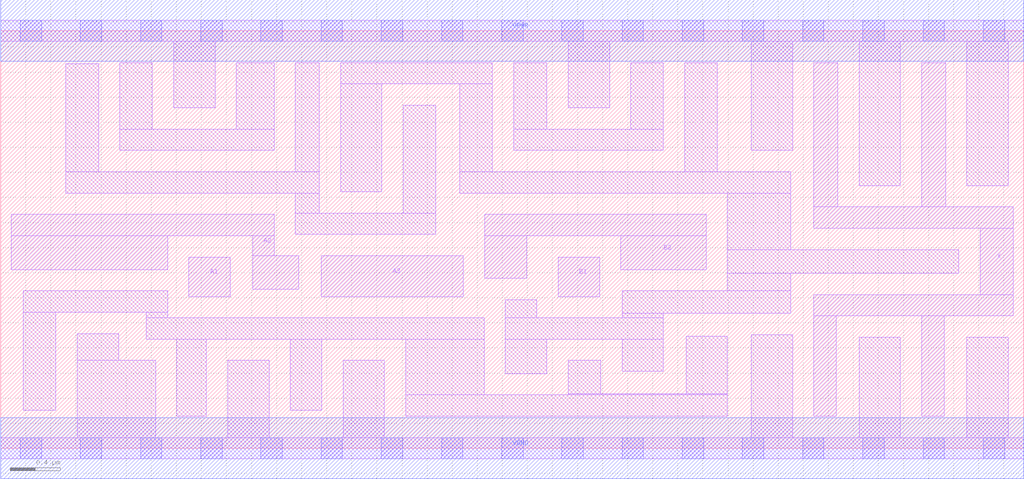
<source format=lef>
# Copyright 2020 The SkyWater PDK Authors
#
# Licensed under the Apache License, Version 2.0 (the "License");
# you may not use this file except in compliance with the License.
# You may obtain a copy of the License at
#
#     https://www.apache.org/licenses/LICENSE-2.0
#
# Unless required by applicable law or agreed to in writing, software
# distributed under the License is distributed on an "AS IS" BASIS,
# WITHOUT WARRANTIES OR CONDITIONS OF ANY KIND, either express or implied.
# See the License for the specific language governing permissions and
# limitations under the License.
#
# SPDX-License-Identifier: Apache-2.0

VERSION 5.7 ;
  NOWIREEXTENSIONATPIN ON ;
  DIVIDERCHAR "/" ;
  BUSBITCHARS "[]" ;
UNITS
  DATABASE MICRONS 200 ;
END UNITS
MACRO sky130_fd_sc_lp__o32a_4
  CLASS CORE ;
  FOREIGN sky130_fd_sc_lp__o32a_4 ;
  ORIGIN  0.000000  0.000000 ;
  SIZE  8.160000 BY  3.330000 ;
  SYMMETRY X Y R90 ;
  SITE unit ;
  PIN A1
    ANTENNAGATEAREA  0.630000 ;
    DIRECTION INPUT ;
    USE SIGNAL ;
    PORT
      LAYER li1 ;
        RECT 1.500000 1.210000 1.830000 1.525000 ;
    END
  END A1
  PIN A2
    ANTENNAGATEAREA  0.630000 ;
    DIRECTION INPUT ;
    USE SIGNAL ;
    PORT
      LAYER li1 ;
        RECT 0.085000 1.425000 1.330000 1.695000 ;
        RECT 0.085000 1.695000 2.180000 1.865000 ;
        RECT 2.010000 1.270000 2.375000 1.535000 ;
        RECT 2.010000 1.535000 2.180000 1.695000 ;
    END
  END A2
  PIN A3
    ANTENNAGATEAREA  0.630000 ;
    DIRECTION INPUT ;
    USE SIGNAL ;
    PORT
      LAYER li1 ;
        RECT 2.555000 1.210000 3.690000 1.535000 ;
    END
  END A3
  PIN B1
    ANTENNAGATEAREA  0.630000 ;
    DIRECTION INPUT ;
    USE SIGNAL ;
    PORT
      LAYER li1 ;
        RECT 4.445000 1.210000 4.775000 1.525000 ;
    END
  END B1
  PIN B2
    ANTENNAGATEAREA  0.630000 ;
    DIRECTION INPUT ;
    USE SIGNAL ;
    PORT
      LAYER li1 ;
        RECT 3.860000 1.355000 4.195000 1.695000 ;
        RECT 3.860000 1.695000 5.625000 1.865000 ;
        RECT 4.945000 1.425000 5.625000 1.695000 ;
    END
  END B2
  PIN X
    ANTENNADIFFAREA  1.176000 ;
    DIRECTION OUTPUT ;
    USE SIGNAL ;
    PORT
      LAYER li1 ;
        RECT 6.485000 0.255000 6.665000 1.055000 ;
        RECT 6.485000 1.055000 8.075000 1.225000 ;
        RECT 6.485000 1.755000 8.075000 1.925000 ;
        RECT 6.485000 1.925000 6.675000 3.075000 ;
        RECT 7.345000 0.255000 7.525000 1.055000 ;
        RECT 7.345000 1.925000 7.535000 3.075000 ;
        RECT 7.810000 1.225000 8.075000 1.755000 ;
    END
  END X
  PIN VGND
    DIRECTION INOUT ;
    USE GROUND ;
    PORT
      LAYER met1 ;
        RECT 0.000000 -0.245000 8.160000 0.245000 ;
    END
  END VGND
  PIN VPWR
    DIRECTION INOUT ;
    USE POWER ;
    PORT
      LAYER met1 ;
        RECT 0.000000 3.085000 8.160000 3.575000 ;
    END
  END VPWR
  OBS
    LAYER li1 ;
      RECT 0.000000 -0.085000 8.160000 0.085000 ;
      RECT 0.000000  3.245000 8.160000 3.415000 ;
      RECT 0.180000  0.305000 0.440000 1.085000 ;
      RECT 0.180000  1.085000 1.330000 1.255000 ;
      RECT 0.520000  2.035000 2.540000 2.205000 ;
      RECT 0.520000  2.205000 0.780000 3.065000 ;
      RECT 0.610000  0.085000 1.235000 0.700000 ;
      RECT 0.610000  0.700000 0.940000 0.915000 ;
      RECT 0.950000  2.375000 2.180000 2.545000 ;
      RECT 0.950000  2.545000 1.210000 3.075000 ;
      RECT 1.160000  0.870000 3.855000 1.040000 ;
      RECT 1.160000  1.040000 1.330000 1.085000 ;
      RECT 1.380000  2.715000 1.710000 3.245000 ;
      RECT 1.405000  0.255000 1.640000 0.870000 ;
      RECT 1.810000  0.085000 2.140000 0.700000 ;
      RECT 1.880000  2.545000 2.180000 3.075000 ;
      RECT 2.310000  0.305000 2.560000 0.870000 ;
      RECT 2.350000  1.705000 3.470000 1.875000 ;
      RECT 2.350000  1.875000 2.540000 2.035000 ;
      RECT 2.350000  2.205000 2.540000 3.075000 ;
      RECT 2.710000  2.045000 3.040000 2.905000 ;
      RECT 2.710000  2.905000 3.920000 3.075000 ;
      RECT 2.730000  0.085000 3.060000 0.700000 ;
      RECT 3.210000  1.875000 3.470000 2.735000 ;
      RECT 3.230000  0.255000 5.795000 0.425000 ;
      RECT 3.230000  0.425000 3.855000 0.870000 ;
      RECT 3.660000  2.035000 6.300000 2.205000 ;
      RECT 3.660000  2.205000 3.920000 2.905000 ;
      RECT 4.025000  0.595000 4.355000 0.870000 ;
      RECT 4.025000  0.870000 5.285000 1.040000 ;
      RECT 4.025000  1.040000 4.275000 1.185000 ;
      RECT 4.090000  2.375000 5.285000 2.545000 ;
      RECT 4.090000  2.545000 4.355000 3.075000 ;
      RECT 4.525000  0.425000 5.795000 0.435000 ;
      RECT 4.525000  0.435000 4.785000 0.700000 ;
      RECT 4.525000  2.715000 4.855000 3.245000 ;
      RECT 4.955000  0.615000 5.285000 0.870000 ;
      RECT 4.955000  1.040000 5.285000 1.075000 ;
      RECT 4.955000  1.075000 6.300000 1.255000 ;
      RECT 5.025000  2.545000 5.285000 3.075000 ;
      RECT 5.455000  2.205000 5.715000 3.075000 ;
      RECT 5.465000  0.435000 5.795000 0.895000 ;
      RECT 5.795000  1.255000 6.300000 1.395000 ;
      RECT 5.795000  1.395000 7.640000 1.585000 ;
      RECT 5.795000  1.585000 6.300000 2.035000 ;
      RECT 5.985000  0.085000 6.315000 0.905000 ;
      RECT 5.985000  2.375000 6.315000 3.245000 ;
      RECT 6.845000  0.085000 7.175000 0.885000 ;
      RECT 6.845000  2.095000 7.175000 3.245000 ;
      RECT 7.705000  0.085000 8.035000 0.885000 ;
      RECT 7.705000  2.095000 8.035000 3.245000 ;
    LAYER mcon ;
      RECT 0.155000 -0.085000 0.325000 0.085000 ;
      RECT 0.155000  3.245000 0.325000 3.415000 ;
      RECT 0.635000 -0.085000 0.805000 0.085000 ;
      RECT 0.635000  3.245000 0.805000 3.415000 ;
      RECT 1.115000 -0.085000 1.285000 0.085000 ;
      RECT 1.115000  3.245000 1.285000 3.415000 ;
      RECT 1.595000 -0.085000 1.765000 0.085000 ;
      RECT 1.595000  3.245000 1.765000 3.415000 ;
      RECT 2.075000 -0.085000 2.245000 0.085000 ;
      RECT 2.075000  3.245000 2.245000 3.415000 ;
      RECT 2.555000 -0.085000 2.725000 0.085000 ;
      RECT 2.555000  3.245000 2.725000 3.415000 ;
      RECT 3.035000 -0.085000 3.205000 0.085000 ;
      RECT 3.035000  3.245000 3.205000 3.415000 ;
      RECT 3.515000 -0.085000 3.685000 0.085000 ;
      RECT 3.515000  3.245000 3.685000 3.415000 ;
      RECT 3.995000 -0.085000 4.165000 0.085000 ;
      RECT 3.995000  3.245000 4.165000 3.415000 ;
      RECT 4.475000 -0.085000 4.645000 0.085000 ;
      RECT 4.475000  3.245000 4.645000 3.415000 ;
      RECT 4.955000 -0.085000 5.125000 0.085000 ;
      RECT 4.955000  3.245000 5.125000 3.415000 ;
      RECT 5.435000 -0.085000 5.605000 0.085000 ;
      RECT 5.435000  3.245000 5.605000 3.415000 ;
      RECT 5.915000 -0.085000 6.085000 0.085000 ;
      RECT 5.915000  3.245000 6.085000 3.415000 ;
      RECT 6.395000 -0.085000 6.565000 0.085000 ;
      RECT 6.395000  3.245000 6.565000 3.415000 ;
      RECT 6.875000 -0.085000 7.045000 0.085000 ;
      RECT 6.875000  3.245000 7.045000 3.415000 ;
      RECT 7.355000 -0.085000 7.525000 0.085000 ;
      RECT 7.355000  3.245000 7.525000 3.415000 ;
      RECT 7.835000 -0.085000 8.005000 0.085000 ;
      RECT 7.835000  3.245000 8.005000 3.415000 ;
  END
END sky130_fd_sc_lp__o32a_4
END LIBRARY

</source>
